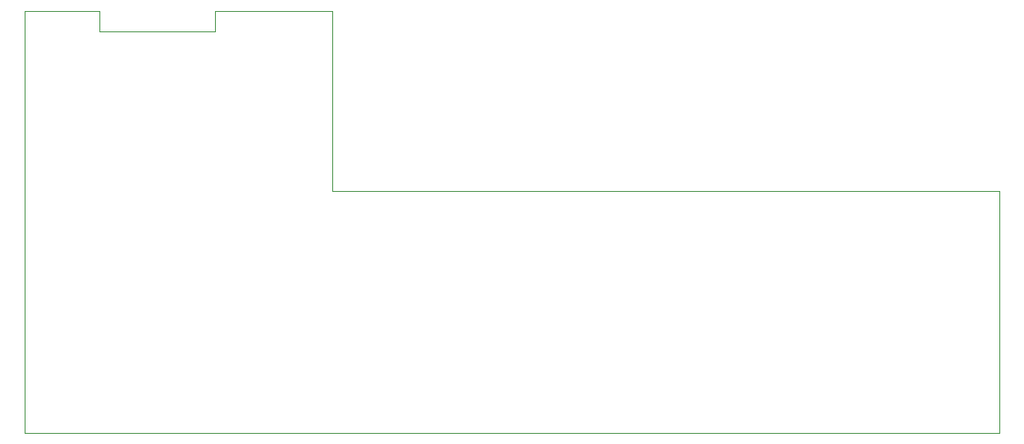
<source format=gbr>
G04 (created by PCBNEW (2013-may-18)-stable) date Mon Aug 15 13:55:16 2016*
%MOIN*%
G04 Gerber Fmt 3.4, Leading zero omitted, Abs format*
%FSLAX34Y34*%
G01*
G70*
G90*
G04 APERTURE LIST*
%ADD10C,0.00590551*%
%ADD11C,0.00393701*%
G04 APERTURE END LIST*
G54D10*
G54D11*
X60629Y-47027D02*
X65216Y-47027D01*
X91377Y-63602D02*
X91043Y-63602D01*
X91377Y-54094D02*
X91377Y-63602D01*
X65216Y-54094D02*
X91377Y-54094D01*
X65216Y-47027D02*
X65216Y-54094D01*
X53208Y-47027D02*
X56102Y-47027D01*
X56102Y-47834D02*
X56102Y-47027D01*
X56692Y-47834D02*
X56102Y-47834D01*
X60629Y-47027D02*
X60629Y-47047D01*
X60629Y-47834D02*
X56692Y-47834D01*
X60629Y-47047D02*
X60629Y-47834D01*
X53208Y-63602D02*
X53169Y-63602D01*
X53169Y-47027D02*
X53208Y-47027D01*
X53169Y-63602D02*
X53169Y-47027D01*
X53208Y-63602D02*
X68169Y-63602D01*
X68169Y-63602D02*
X91043Y-63602D01*
M02*

</source>
